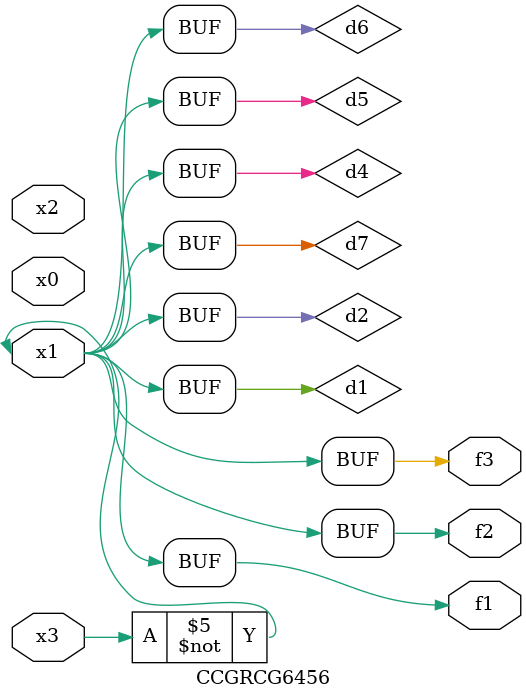
<source format=v>
module CCGRCG6456(
	input x0, x1, x2, x3,
	output f1, f2, f3
);

	wire d1, d2, d3, d4, d5, d6, d7;

	not (d1, x3);
	buf (d2, x1);
	xnor (d3, d1, d2);
	nor (d4, d1);
	buf (d5, d1, d2);
	buf (d6, d4, d5);
	nand (d7, d4);
	assign f1 = d6;
	assign f2 = d7;
	assign f3 = d6;
endmodule

</source>
